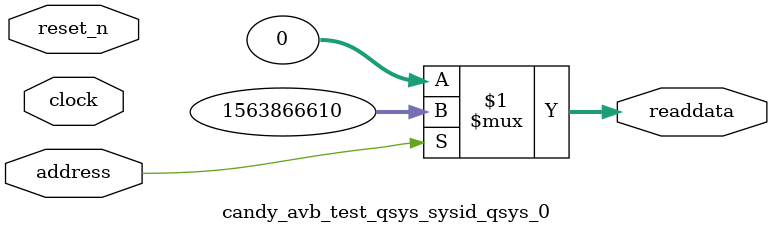
<source format=v>



// synthesis translate_off
`timescale 1ns / 1ps
// synthesis translate_on

// turn off superfluous verilog processor warnings 
// altera message_level Level1 
// altera message_off 10034 10035 10036 10037 10230 10240 10030 

module candy_avb_test_qsys_sysid_qsys_0 (
               // inputs:
                address,
                clock,
                reset_n,

               // outputs:
                readdata
             )
;

  output  [ 31: 0] readdata;
  input            address;
  input            clock;
  input            reset_n;

  wire    [ 31: 0] readdata;
  //control_slave, which is an e_avalon_slave
  assign readdata = address ? 1563866610 : 0;

endmodule



</source>
